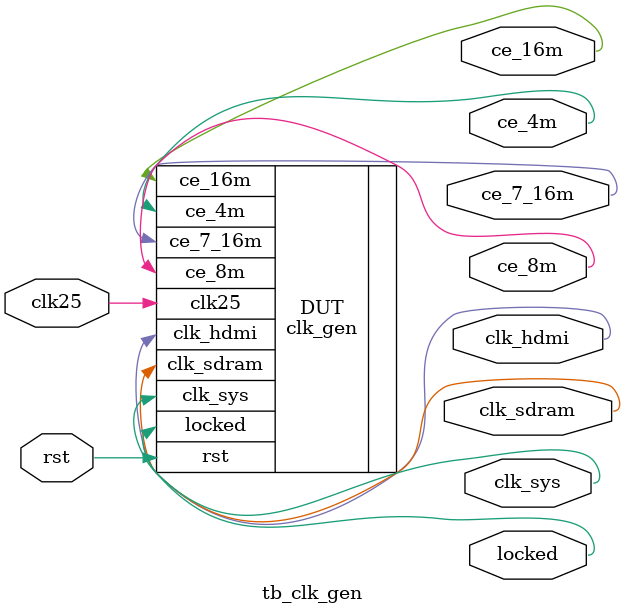
<source format=sv>
`timescale 1ns / 1ps
module tb_clk_gen (
    input wire clk25,
    input wire rst,
    output wire clk_sys,      // Теперь это выходной порт
    output wire clk_sdram,    // Теперь это выходной порт  
    output wire clk_hdmi,     // Теперь это выходной порт
    output wire locked,       // Теперь это выходной порт
    output wire ce_4m,
    output wire ce_8m, 
    output wire ce_16m,
    output wire ce_7_16m
);

    // Instantiate the module
    clk_gen DUT (
        .clk25(clk25),
        .rst(rst),
        .clk_sys(clk_sys),
        .clk_sdram(clk_sdram),
        .clk_hdmi(clk_hdmi),
        .locked(locked),
        .ce_4m(ce_4m),
        .ce_8m(ce_8m),
        .ce_16m(ce_16m),
        .ce_7_16m(ce_7_16m)
    );

endmodule
</source>
